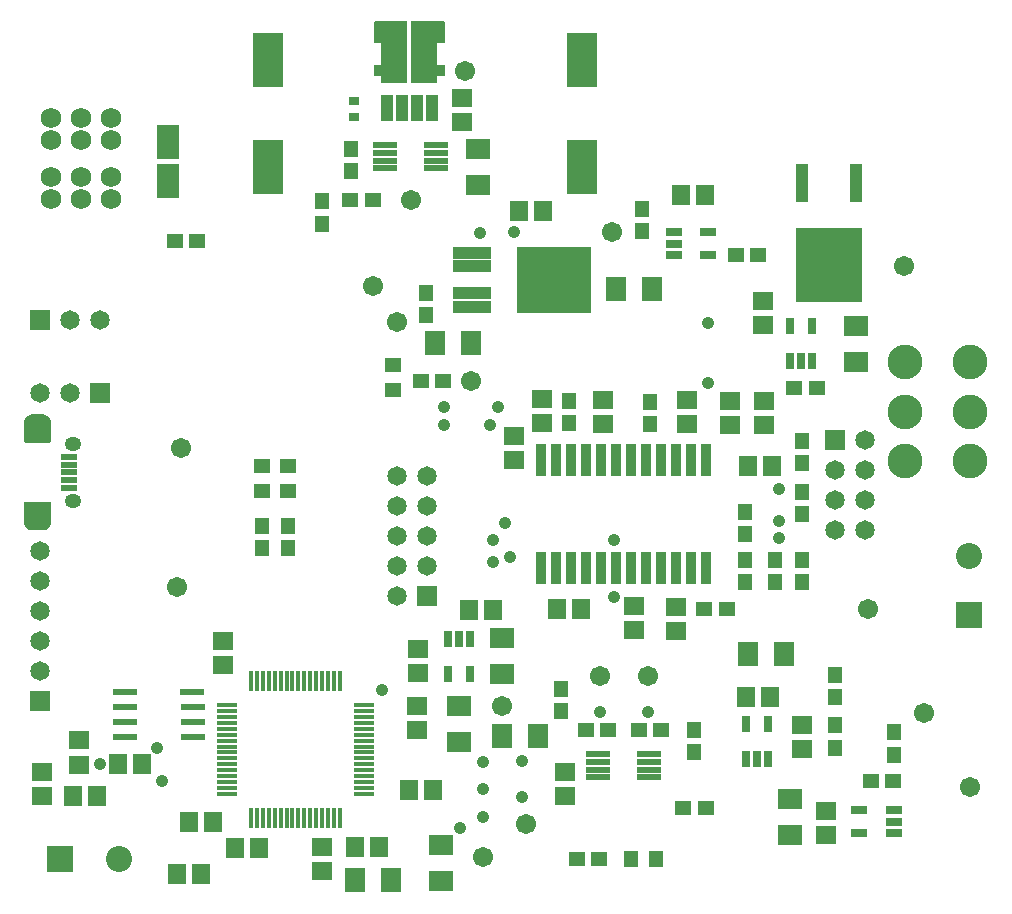
<source format=gts>
G04*
G04 #@! TF.GenerationSoftware,Altium Limited,Altium Designer,18.1.9 (240)*
G04*
G04 Layer_Color=8388736*
%FSLAX25Y25*%
%MOIN*%
G70*
G01*
G75*
%ADD10C,0.01000*%
%ADD17R,0.08234X0.02132*%
%ADD18R,0.05324X0.03159*%
%ADD19R,0.03159X0.05324*%
%ADD20R,0.25010X0.22450*%
%ADD21R,0.12805X0.03947*%
%ADD22R,0.06599X0.01481*%
%ADD23R,0.01481X0.06599*%
%ADD24R,0.03356X0.10836*%
%ADD25R,0.08155X0.02447*%
%ADD26R,0.08268X0.07087*%
%ADD27R,0.05118X0.05512*%
%ADD28R,0.05512X0.05118*%
%ADD29R,0.03947X0.12805*%
%ADD30R,0.22450X0.25010*%
%ADD31R,0.04100X0.08600*%
%ADD32R,0.08600X0.20600*%
%ADD33R,0.04931X0.05324*%
%ADD34R,0.05324X0.04931*%
%ADD35R,0.06693X0.06299*%
%ADD36R,0.06299X0.06693*%
%ADD37R,0.05715X0.01975*%
%ADD38R,0.03356X0.02962*%
%ADD39R,0.07293X0.11624*%
%ADD40R,0.07087X0.08268*%
%ADD41R,0.09852X0.18317*%
%ADD42C,0.11600*%
%ADD43C,0.00600*%
%ADD44C,0.06890*%
%ADD45C,0.06702*%
%ADD46C,0.08677*%
%ADD47R,0.08677X0.08677*%
%ADD48C,0.06506*%
%ADD49R,0.06506X0.06506*%
%ADD50R,0.08677X0.08677*%
%ADD51R,0.06506X0.06506*%
%ADD52O,0.05521X0.04734*%
%ADD53O,0.08600X0.05600*%
%ADD54C,0.04100*%
G36*
X90847Y261875D02*
X90893Y261864D01*
X90937Y261846D01*
X90977Y261821D01*
X91013Y261790D01*
X91044Y261755D01*
X91068Y261714D01*
X91086Y261671D01*
X91097Y261625D01*
X91101Y261578D01*
Y261578D01*
D01*
X91101Y255279D01*
X91101Y255278D01*
X91101Y255277D01*
X91098Y254828D01*
X91098Y254820D01*
X91098Y254811D01*
X91096Y254796D01*
X91095Y254781D01*
X91092Y254773D01*
X91091Y254764D01*
X91087Y254750D01*
X91083Y254735D01*
X91080Y254728D01*
X91077Y254719D01*
X90747Y253885D01*
X90743Y253877D01*
X90740Y253869D01*
X90733Y253856D01*
X90726Y253842D01*
X90721Y253835D01*
X90717Y253828D01*
X90707Y253816D01*
X90699Y253804D01*
X90693Y253797D01*
X90687Y253790D01*
X90076Y253133D01*
X90070Y253128D01*
X90064Y253121D01*
X90052Y253112D01*
X90041Y253101D01*
X90034Y253097D01*
X90027Y253091D01*
X90014Y253083D01*
X90002Y253075D01*
X89994Y253072D01*
X89986Y253067D01*
X89178Y252677D01*
X89170Y252674D01*
X89162Y252670D01*
X89148Y252666D01*
X89134Y252660D01*
X89126Y252659D01*
X89117Y252656D01*
X89103Y252654D01*
X89088Y252650D01*
X89079Y252650D01*
X89071Y252648D01*
X88623Y252614D01*
X88612Y252614D01*
X88600Y252613D01*
X84600D01*
X84587Y252614D01*
X84574Y252614D01*
X84128Y252653D01*
X84120Y252655D01*
X84112Y252655D01*
X84097Y252659D01*
X84081Y252661D01*
X84074Y252664D01*
X84066Y252665D01*
X84052Y252671D01*
X84037Y252676D01*
X84030Y252680D01*
X84022Y252683D01*
X83218Y253076D01*
X83211Y253080D01*
X83204Y253083D01*
X83191Y253092D01*
X83178Y253099D01*
X83171Y253105D01*
X83165Y253109D01*
X83153Y253120D01*
X83141Y253130D01*
X83136Y253136D01*
X83130Y253141D01*
X82521Y253796D01*
X82516Y253802D01*
X82510Y253808D01*
X82501Y253821D01*
X82491Y253833D01*
X82487Y253840D01*
X82483Y253846D01*
X82476Y253860D01*
X82468Y253874D01*
X82465Y253882D01*
X82462Y253889D01*
X82128Y254719D01*
X82125Y254727D01*
X82122Y254734D01*
X82118Y254749D01*
X82114Y254764D01*
X82112Y254772D01*
X82111Y254780D01*
X82109Y254795D01*
X82107Y254811D01*
X82107Y254819D01*
X82106Y254826D01*
X82099Y255274D01*
X82099Y255276D01*
X82099Y255278D01*
Y261578D01*
X82103Y261625D01*
X82114Y261671D01*
X82132Y261714D01*
X82156Y261755D01*
X82187Y261790D01*
X82223Y261821D01*
X82263Y261846D01*
X82307Y261864D01*
X82353Y261875D01*
X82400Y261879D01*
X90800D01*
D01*
X90800D01*
X90847Y261875D01*
D02*
G37*
G36*
X88513Y291114D02*
X88527Y291114D01*
X88985Y291073D01*
X88994Y291071D01*
X89004Y291071D01*
X89017Y291067D01*
X89032Y291065D01*
X89041Y291062D01*
X89050Y291060D01*
X89063Y291054D01*
X89076Y291050D01*
X89085Y291045D01*
X89093Y291042D01*
X89916Y290629D01*
X89924Y290624D01*
X89932Y290620D01*
X89944Y290612D01*
X89956Y290604D01*
X89964Y290598D01*
X89971Y290593D01*
X89981Y290583D01*
X89992Y290574D01*
X89998Y290567D01*
X90005Y290560D01*
X90618Y289874D01*
X90624Y289866D01*
X90630Y289859D01*
X90638Y289847D01*
X90647Y289836D01*
X90651Y289828D01*
X90656Y289820D01*
X90662Y289807D01*
X90669Y289794D01*
X90672Y289786D01*
X90676Y289777D01*
X90993Y288913D01*
X90996Y288904D01*
X91000Y288896D01*
X91002Y288882D01*
X91006Y288868D01*
X91007Y288859D01*
X91009Y288849D01*
X91010Y288835D01*
X91012Y288821D01*
X91011Y288811D01*
X91012Y288802D01*
X91001Y288347D01*
X91001Y282050D01*
D01*
Y282050D01*
X90997Y282003D01*
X90986Y281957D01*
X90968Y281913D01*
X90943Y281873D01*
X90913Y281837D01*
X90877Y281807D01*
X90837Y281782D01*
X90793Y281764D01*
X90747Y281753D01*
X90700Y281749D01*
X90700D01*
D01*
X82500D01*
X82453Y281753D01*
X82407Y281764D01*
X82363Y281782D01*
X82323Y281807D01*
X82287Y281837D01*
X82257Y281873D01*
X82232Y281913D01*
X82214Y281957D01*
X82203Y282003D01*
X82199Y282050D01*
Y288344D01*
X82182Y288787D01*
X82182Y288796D01*
X82182Y288805D01*
X82183Y288820D01*
X82184Y288835D01*
X82186Y288843D01*
X82186Y288852D01*
X82190Y288866D01*
X82193Y288881D01*
X82196Y288889D01*
X82198Y288897D01*
X82493Y289748D01*
X82497Y289756D01*
X82499Y289764D01*
X82506Y289777D01*
X82512Y289791D01*
X82517Y289798D01*
X82521Y289806D01*
X82529Y289818D01*
X82537Y289831D01*
X82543Y289837D01*
X82548Y289844D01*
X83132Y290529D01*
X83138Y290535D01*
X83143Y290542D01*
X83154Y290552D01*
X83165Y290563D01*
X83172Y290568D01*
X83179Y290573D01*
X83191Y290581D01*
X83203Y290590D01*
X83211Y290594D01*
X83218Y290599D01*
X84011Y291025D01*
X84019Y291028D01*
X84027Y291033D01*
X84040Y291038D01*
X84054Y291044D01*
X84063Y291046D01*
X84071Y291049D01*
X84085Y291052D01*
X84100Y291056D01*
X84109Y291057D01*
X84117Y291058D01*
X84564Y291113D01*
X84582Y291113D01*
X84600Y291115D01*
X88500D01*
X88513Y291114D01*
D02*
G37*
G36*
X203047Y407611D02*
X203093Y407600D01*
X203137Y407582D01*
X203177Y407557D01*
X203213Y407527D01*
X203243Y407491D01*
X203268Y407451D01*
X203286Y407407D01*
X203297Y407361D01*
X203301Y407314D01*
Y404314D01*
X203297Y404267D01*
X203286Y404221D01*
X203268Y404177D01*
X203243Y404137D01*
X203213Y404101D01*
X203177Y404071D01*
X203137Y404046D01*
X203093Y404028D01*
X203047Y404017D01*
X203000Y404013D01*
X199000D01*
X198953Y404017D01*
X198907Y404028D01*
X198863Y404046D01*
X198823Y404071D01*
X198787Y404101D01*
X198757Y404137D01*
X198732Y404177D01*
X198714Y404221D01*
X198703Y404267D01*
X198699Y404314D01*
Y407314D01*
X198703Y407361D01*
X198714Y407407D01*
X198732Y407451D01*
X198757Y407491D01*
X198787Y407527D01*
X198823Y407557D01*
X198863Y407582D01*
X198907Y407600D01*
X198953Y407611D01*
X199000Y407615D01*
X203000D01*
X203047Y407611D01*
D02*
G37*
G36*
X203047Y422111D02*
X203093Y422100D01*
X203137Y422082D01*
X203177Y422057D01*
X203213Y422027D01*
X203243Y421991D01*
X203268Y421951D01*
X203286Y421907D01*
X203297Y421861D01*
X203301Y421814D01*
X203301Y415314D01*
X203297Y415267D01*
X203286Y415221D01*
X203268Y415177D01*
X203243Y415137D01*
X203213Y415101D01*
X203177Y415070D01*
X203137Y415046D01*
X203093Y415028D01*
X203047Y415017D01*
X203000Y415013D01*
X199000Y415013D01*
X198953Y415017D01*
X198907Y415028D01*
X198863Y415046D01*
X198823Y415070D01*
X198787Y415101D01*
X198757Y415137D01*
X198732Y415177D01*
X198714Y415221D01*
X198703Y415267D01*
X198699Y415314D01*
X198699Y421814D01*
X198703Y421861D01*
X198714Y421907D01*
X198732Y421951D01*
X198757Y421991D01*
X198787Y422027D01*
X198823Y422057D01*
X198863Y422082D01*
X198907Y422100D01*
X198953Y422111D01*
X199000Y422115D01*
X203000Y422115D01*
X203047Y422111D01*
D02*
G37*
G36*
X222047Y407611D02*
X222093Y407600D01*
X222137Y407582D01*
X222177Y407557D01*
X222213Y407527D01*
X222243Y407491D01*
X222268Y407451D01*
X222286Y407407D01*
X222297Y407361D01*
X222301Y407314D01*
Y404314D01*
X222297Y404267D01*
X222286Y404221D01*
X222268Y404177D01*
X222243Y404137D01*
X222213Y404101D01*
X222177Y404071D01*
X222137Y404046D01*
X222093Y404028D01*
X222047Y404017D01*
X222000Y404013D01*
X218250D01*
X218203Y404017D01*
X218157Y404028D01*
X218113Y404046D01*
X218073Y404071D01*
X218037Y404101D01*
X218006Y404137D01*
X217982Y404177D01*
X217964Y404221D01*
X217953Y404267D01*
X217949Y404314D01*
Y407314D01*
X217953Y407361D01*
X217964Y407407D01*
X217982Y407451D01*
X218006Y407491D01*
X218037Y407527D01*
X218073Y407557D01*
X218113Y407582D01*
X218157Y407600D01*
X218203Y407611D01*
X218250Y407615D01*
X222000D01*
X222047Y407611D01*
D02*
G37*
G36*
Y422111D02*
X222093Y422100D01*
X222137Y422082D01*
X222177Y422057D01*
X222213Y422027D01*
X222243Y421991D01*
X222268Y421951D01*
X222286Y421907D01*
X222297Y421861D01*
X222301Y421814D01*
Y415314D01*
X222297Y415267D01*
X222286Y415221D01*
X222268Y415177D01*
X222243Y415137D01*
X222213Y415101D01*
X222177Y415070D01*
X222137Y415046D01*
X222093Y415028D01*
X222047Y415017D01*
X222000Y415013D01*
X218000D01*
X217953Y415017D01*
X217907Y415028D01*
X217863Y415046D01*
X217823Y415070D01*
X217787Y415101D01*
X217757Y415137D01*
X217732Y415177D01*
X217714Y415221D01*
X217703Y415267D01*
X217699Y415314D01*
Y421814D01*
X217703Y421861D01*
X217714Y421907D01*
X217732Y421951D01*
X217757Y421991D01*
X217787Y422027D01*
X217823Y422057D01*
X217863Y422082D01*
X217907Y422100D01*
X217953Y422111D01*
X218000Y422115D01*
X222000D01*
X222047Y422111D01*
D02*
G37*
D10*
X294500Y235270D02*
Y239779D01*
X295294Y238986D01*
Y240573D02*
Y244626D01*
X294500Y239779D02*
X295294Y240573D01*
D17*
X273535Y177839D02*
D03*
Y175279D02*
D03*
Y172721D02*
D03*
Y170161D02*
D03*
X290465Y177839D02*
D03*
Y175279D02*
D03*
Y172721D02*
D03*
Y170161D02*
D03*
X219465Y373161D02*
D03*
Y375721D02*
D03*
Y378279D02*
D03*
Y380839D02*
D03*
X202535Y373161D02*
D03*
Y375721D02*
D03*
Y378279D02*
D03*
Y380839D02*
D03*
D18*
X298607Y351819D02*
D03*
Y348079D02*
D03*
Y344339D02*
D03*
X310221D02*
D03*
Y351819D02*
D03*
X371957Y151692D02*
D03*
Y155432D02*
D03*
Y159172D02*
D03*
X360343D02*
D03*
Y151692D02*
D03*
D19*
X322740Y176352D02*
D03*
X326480D02*
D03*
X330221D02*
D03*
Y187966D02*
D03*
X322740D02*
D03*
X337360Y308993D02*
D03*
X341100D02*
D03*
X344840D02*
D03*
Y320607D02*
D03*
X337360D02*
D03*
X230740Y216307D02*
D03*
X227000D02*
D03*
X223260D02*
D03*
Y204693D02*
D03*
X230740D02*
D03*
D20*
X258630Y336000D02*
D03*
D21*
X231268Y327024D02*
D03*
Y331512D02*
D03*
Y340488D02*
D03*
Y344976D02*
D03*
D22*
X149701Y164667D02*
D03*
Y166635D02*
D03*
Y168604D02*
D03*
Y170572D02*
D03*
Y172541D02*
D03*
Y174509D02*
D03*
Y176478D02*
D03*
Y178446D02*
D03*
Y180415D02*
D03*
Y182383D02*
D03*
Y184352D02*
D03*
Y186320D02*
D03*
Y188289D02*
D03*
Y190257D02*
D03*
Y192226D02*
D03*
Y194194D02*
D03*
X195370D02*
D03*
Y192226D02*
D03*
Y190257D02*
D03*
Y188289D02*
D03*
Y186320D02*
D03*
Y184352D02*
D03*
Y182383D02*
D03*
Y180415D02*
D03*
Y178446D02*
D03*
Y176478D02*
D03*
Y174509D02*
D03*
Y172541D02*
D03*
Y170572D02*
D03*
Y168604D02*
D03*
Y166635D02*
D03*
Y164667D02*
D03*
D23*
X157772Y202265D02*
D03*
X159740D02*
D03*
X161709D02*
D03*
X163677D02*
D03*
X165646D02*
D03*
X167614D02*
D03*
X169583D02*
D03*
X171551D02*
D03*
X173520D02*
D03*
X175488D02*
D03*
X177457D02*
D03*
X179425D02*
D03*
X181394D02*
D03*
X183362D02*
D03*
X185331D02*
D03*
X187299D02*
D03*
Y156596D02*
D03*
X185331D02*
D03*
X183362D02*
D03*
X181394D02*
D03*
X179425D02*
D03*
X177457D02*
D03*
X175488D02*
D03*
X173520D02*
D03*
X171551D02*
D03*
X169583D02*
D03*
X167614D02*
D03*
X165646D02*
D03*
X163677D02*
D03*
X161709D02*
D03*
X159740D02*
D03*
X157772D02*
D03*
D24*
X254500Y239779D02*
D03*
X259500D02*
D03*
X264500D02*
D03*
X269500D02*
D03*
X274500D02*
D03*
X279500D02*
D03*
X284500D02*
D03*
X289500D02*
D03*
X294500D02*
D03*
X299500D02*
D03*
X304500D02*
D03*
X309500D02*
D03*
X254500Y276000D02*
D03*
X259500D02*
D03*
X264500D02*
D03*
X269500D02*
D03*
X274500D02*
D03*
X279500D02*
D03*
X284500D02*
D03*
X289500D02*
D03*
X294500D02*
D03*
X299500D02*
D03*
X304500D02*
D03*
X309500D02*
D03*
D25*
X115700Y183500D02*
D03*
X115735Y188539D02*
D03*
X115700Y193500D02*
D03*
X115800Y198500D02*
D03*
X138200D02*
D03*
X138300Y193500D02*
D03*
X138265Y188539D02*
D03*
X138300Y183500D02*
D03*
D26*
X359500Y308500D02*
D03*
Y320500D02*
D03*
X337500Y151000D02*
D03*
Y163000D02*
D03*
X241500Y204500D02*
D03*
Y216500D02*
D03*
X233500Y379500D02*
D03*
Y367500D02*
D03*
X221000Y147500D02*
D03*
Y135500D02*
D03*
X227000Y194000D02*
D03*
Y182000D02*
D03*
D27*
X288000Y352260D02*
D03*
Y359740D02*
D03*
X352240Y196918D02*
D03*
Y204399D02*
D03*
Y179973D02*
D03*
Y187453D02*
D03*
X371957Y177689D02*
D03*
Y185169D02*
D03*
X181500Y354760D02*
D03*
Y362240D02*
D03*
X191000Y372260D02*
D03*
Y379740D02*
D03*
X216000Y324260D02*
D03*
Y331740D02*
D03*
X170000Y246500D02*
D03*
Y253980D02*
D03*
X161500Y246500D02*
D03*
Y253980D02*
D03*
X305500Y186054D02*
D03*
Y178574D02*
D03*
X341562Y257909D02*
D03*
Y265390D02*
D03*
X261000Y192260D02*
D03*
Y199740D02*
D03*
X332336Y235270D02*
D03*
Y242751D02*
D03*
X290794Y295390D02*
D03*
Y287910D02*
D03*
X322294Y242751D02*
D03*
Y235270D02*
D03*
X341562Y235270D02*
D03*
Y242751D02*
D03*
X322294Y258751D02*
D03*
Y251270D02*
D03*
X341562Y274909D02*
D03*
Y282390D02*
D03*
X263794Y288270D02*
D03*
Y295750D02*
D03*
D28*
X326740Y344339D02*
D03*
X319260D02*
D03*
X309240Y160000D02*
D03*
X301760D02*
D03*
X371740Y168780D02*
D03*
X364260D02*
D03*
X266260Y143000D02*
D03*
X273740D02*
D03*
X198240Y362500D02*
D03*
X190760D02*
D03*
X139740Y349000D02*
D03*
X132260D02*
D03*
X294534Y186000D02*
D03*
X287054D02*
D03*
X338760Y300000D02*
D03*
X346240D02*
D03*
X308760Y226150D02*
D03*
X316240D02*
D03*
X269260Y186000D02*
D03*
X276740D02*
D03*
X221740Y302150D02*
D03*
X214260D02*
D03*
D29*
X359476Y368232D02*
D03*
X341524D02*
D03*
D30*
X350500Y340870D02*
D03*
D31*
X208000Y393314D02*
D03*
X213000D02*
D03*
X218000D02*
D03*
X203000D02*
D03*
D32*
X205500Y411814D02*
D03*
X215500D02*
D03*
D33*
X284366Y143000D02*
D03*
X292634D02*
D03*
D34*
X205000Y307634D02*
D03*
Y299366D02*
D03*
X170000Y265606D02*
D03*
Y273874D02*
D03*
X161500Y265606D02*
D03*
Y273874D02*
D03*
D35*
X88000Y163965D02*
D03*
Y172035D02*
D03*
X341264Y187581D02*
D03*
Y179510D02*
D03*
X349500Y159035D02*
D03*
Y150965D02*
D03*
X100500Y182482D02*
D03*
Y174411D02*
D03*
X213500Y213035D02*
D03*
Y204965D02*
D03*
X228000Y388465D02*
D03*
Y396535D02*
D03*
X181285Y138890D02*
D03*
Y146960D02*
D03*
X148500Y215535D02*
D03*
Y207465D02*
D03*
X213000Y185887D02*
D03*
Y193958D02*
D03*
X285294Y219114D02*
D03*
Y227185D02*
D03*
X262500Y163965D02*
D03*
Y172035D02*
D03*
X299500Y218965D02*
D03*
Y227035D02*
D03*
X245294Y283996D02*
D03*
Y275925D02*
D03*
X275000Y287854D02*
D03*
Y295925D02*
D03*
X254627Y288354D02*
D03*
Y296425D02*
D03*
X302965Y287854D02*
D03*
Y295925D02*
D03*
X328500Y329035D02*
D03*
Y320965D02*
D03*
X317294Y287475D02*
D03*
Y295546D02*
D03*
X328794D02*
D03*
Y287475D02*
D03*
D36*
X106535Y163965D02*
D03*
X98465D02*
D03*
X200535Y147000D02*
D03*
X192465D02*
D03*
X300965Y364299D02*
D03*
X309035D02*
D03*
X330776Y197037D02*
D03*
X322705D02*
D03*
X160535Y146500D02*
D03*
X152465D02*
D03*
X238535Y226000D02*
D03*
X230465D02*
D03*
X255035Y359000D02*
D03*
X246965D02*
D03*
X136965Y155123D02*
D03*
X145035D02*
D03*
X218535Y166000D02*
D03*
X210465D02*
D03*
X132965Y138000D02*
D03*
X141035D02*
D03*
X331329Y274010D02*
D03*
X323258D02*
D03*
X267829Y226150D02*
D03*
X259758D02*
D03*
X113465Y174500D02*
D03*
X121535D02*
D03*
D37*
X97126Y266696D02*
D03*
Y269255D02*
D03*
Y271814D02*
D03*
Y274373D02*
D03*
Y276932D02*
D03*
D38*
X192000Y390244D02*
D03*
Y395756D02*
D03*
D39*
X130000Y369102D02*
D03*
Y381898D02*
D03*
D40*
X291294Y333000D02*
D03*
X279294D02*
D03*
X323240Y211159D02*
D03*
X335240D02*
D03*
X219000Y315000D02*
D03*
X231000D02*
D03*
X192500Y136000D02*
D03*
X204500D02*
D03*
X241500Y184000D02*
D03*
X253500D02*
D03*
D41*
X268000Y373484D02*
D03*
Y409114D02*
D03*
X163500Y373685D02*
D03*
Y409315D02*
D03*
D42*
X375800Y275500D02*
D03*
Y292000D02*
D03*
Y308500D02*
D03*
X397500Y275500D02*
D03*
Y292000D02*
D03*
Y308500D02*
D03*
D43*
X103992Y344689D02*
D03*
Y408405D02*
D03*
X397000Y143000D02*
D03*
Y406000D02*
D03*
D44*
X91000Y362815D02*
D03*
X101000D02*
D03*
X111000D02*
D03*
X91000Y370216D02*
D03*
X101000D02*
D03*
X111000D02*
D03*
X91000Y382500D02*
D03*
X101000D02*
D03*
X111000D02*
D03*
X91000Y389902D02*
D03*
X101000D02*
D03*
X111000D02*
D03*
D45*
X249500Y154500D02*
D03*
X235000Y143500D02*
D03*
X198500Y334000D02*
D03*
X278000Y351819D02*
D03*
X363500Y226150D02*
D03*
X397500Y167000D02*
D03*
X133000Y233500D02*
D03*
X134500Y280000D02*
D03*
X375500Y340488D02*
D03*
X382000Y191500D02*
D03*
X206500Y322000D02*
D03*
X211000Y362500D02*
D03*
X229000Y405500D02*
D03*
X241500Y194000D02*
D03*
X231000Y302150D02*
D03*
X289994Y204000D02*
D03*
X274000D02*
D03*
D46*
X397000Y243935D02*
D03*
X113685Y143000D02*
D03*
D47*
X397000Y224250D02*
D03*
D48*
X206500Y270500D02*
D03*
X216500D02*
D03*
X206500Y260500D02*
D03*
X216500D02*
D03*
X206500Y250500D02*
D03*
X216500D02*
D03*
X206500Y240500D02*
D03*
X216500D02*
D03*
X206500Y230500D02*
D03*
X362500Y252500D02*
D03*
X352500D02*
D03*
X362500Y262500D02*
D03*
X352500D02*
D03*
X362500Y272500D02*
D03*
X352500D02*
D03*
X362500Y282500D02*
D03*
X97500Y298314D02*
D03*
X87500D02*
D03*
Y205500D02*
D03*
Y215500D02*
D03*
Y225500D02*
D03*
Y235500D02*
D03*
Y245500D02*
D03*
X97500Y322500D02*
D03*
X107500D02*
D03*
D49*
X216500Y230500D02*
D03*
X352500Y282500D02*
D03*
X87500Y195500D02*
D03*
D50*
X94000Y143000D02*
D03*
D51*
X107500Y298314D02*
D03*
X87500Y322500D02*
D03*
D52*
X98405Y281361D02*
D03*
Y262267D02*
D03*
D53*
X86594Y285643D02*
D03*
Y257985D02*
D03*
D54*
X235000Y166387D02*
D03*
X227500Y153373D02*
D03*
X107500Y174509D02*
D03*
X128000Y168780D02*
D03*
X222000Y293500D02*
D03*
X238500Y242000D02*
D03*
X242500Y255000D02*
D03*
X244000Y243500D02*
D03*
X240000Y293500D02*
D03*
X126500Y180000D02*
D03*
X222000Y287500D02*
D03*
X237500Y287475D02*
D03*
X333794Y250000D02*
D03*
X234000Y351500D02*
D03*
X310000Y321500D02*
D03*
Y301500D02*
D03*
X201500Y199387D02*
D03*
X289994Y192000D02*
D03*
X274000D02*
D03*
X238500Y249150D02*
D03*
X248000Y163500D02*
D03*
X235000Y157000D02*
D03*
X248000Y175465D02*
D03*
X235000Y175279D02*
D03*
X245319Y351819D02*
D03*
X278794Y230150D02*
D03*
Y249150D02*
D03*
X333794Y255650D02*
D03*
X333794Y266150D02*
D03*
M02*

</source>
